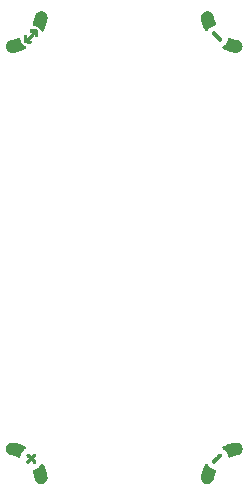
<source format=gbo>
%TF.GenerationSoftware,KiCad,Pcbnew,8.0.8*%
%TF.CreationDate,2025-01-29T17:03:44+00:00*%
%TF.ProjectId,ec30_2x4_l2_mh_0.1,65633330-5f32-4783-945f-6c325f6d685f,v0.1*%
%TF.SameCoordinates,PX8d24d00PY36d6160*%
%TF.FileFunction,Legend,Bot*%
%TF.FilePolarity,Positive*%
%FSLAX46Y46*%
G04 Gerber Fmt 4.6, Leading zero omitted, Abs format (unit mm)*
G04 Created by KiCad (PCBNEW 8.0.8) date 2025-01-29 17:03:44*
%MOMM*%
%LPD*%
G01*
G04 APERTURE LIST*
%ADD10C,0.010000*%
G04 APERTURE END LIST*
D10*
%TO.C,MH3*%
X-6928506Y-18363138D02*
X-6911772Y-18369471D01*
X-6896147Y-18380908D01*
X-6880922Y-18398107D01*
X-6865387Y-18421729D01*
X-6848836Y-18452432D01*
X-6848679Y-18452743D01*
X-6791282Y-18574332D01*
X-6737855Y-18701980D01*
X-6688736Y-18834690D01*
X-6644262Y-18971466D01*
X-6604771Y-19111310D01*
X-6570599Y-19253224D01*
X-6558186Y-19311864D01*
X-6547379Y-19371341D01*
X-6540466Y-19424475D01*
X-6537409Y-19471817D01*
X-6538170Y-19513920D01*
X-6542040Y-19547507D01*
X-6556533Y-19610942D01*
X-6577909Y-19670724D01*
X-6605930Y-19726502D01*
X-6640355Y-19777928D01*
X-6680946Y-19824650D01*
X-6727463Y-19866318D01*
X-6779668Y-19902583D01*
X-6787978Y-19907537D01*
X-6840693Y-19933832D01*
X-6896925Y-19953542D01*
X-6955607Y-19966561D01*
X-7015670Y-19972782D01*
X-7076044Y-19972098D01*
X-7135662Y-19964403D01*
X-7193456Y-19949591D01*
X-7197273Y-19948329D01*
X-7253331Y-19925415D01*
X-7306281Y-19895615D01*
X-7355436Y-19859600D01*
X-7400110Y-19818037D01*
X-7439617Y-19771594D01*
X-7473270Y-19720941D01*
X-7500383Y-19666745D01*
X-7509057Y-19644736D01*
X-7513607Y-19630447D01*
X-7519138Y-19610225D01*
X-7525185Y-19585941D01*
X-7531282Y-19559465D01*
X-7536963Y-19532671D01*
X-7537051Y-19532232D01*
X-7558678Y-19432503D01*
X-7582269Y-19338735D01*
X-7608385Y-19249080D01*
X-7637586Y-19161685D01*
X-7670432Y-19074702D01*
X-7689984Y-19027005D01*
X-7703664Y-18992497D01*
X-7713040Y-18963665D01*
X-7718165Y-18939548D01*
X-7719093Y-18919190D01*
X-7715878Y-18901631D01*
X-7708573Y-18885911D01*
X-7698622Y-18872631D01*
X-7689672Y-18863366D01*
X-7679962Y-18855700D01*
X-7668106Y-18848964D01*
X-7652714Y-18842488D01*
X-7632401Y-18835601D01*
X-7605778Y-18827634D01*
X-7604892Y-18827378D01*
X-7548101Y-18809694D01*
X-7496370Y-18790649D01*
X-7446827Y-18769122D01*
X-7413766Y-18752928D01*
X-7338632Y-18710190D01*
X-7267054Y-18660666D01*
X-7199758Y-18604986D01*
X-7137473Y-18543782D01*
X-7080926Y-18477685D01*
X-7053164Y-18440364D01*
X-7031231Y-18411566D01*
X-7010897Y-18389815D01*
X-6991436Y-18374570D01*
X-6972119Y-18365290D01*
X-6952222Y-18361431D01*
X-6947057Y-18361250D01*
X-6928506Y-18363138D01*
G36*
X-6928506Y-18363138D02*
G01*
X-6911772Y-18369471D01*
X-6896147Y-18380908D01*
X-6880922Y-18398107D01*
X-6865387Y-18421729D01*
X-6848836Y-18452432D01*
X-6848679Y-18452743D01*
X-6791282Y-18574332D01*
X-6737855Y-18701980D01*
X-6688736Y-18834690D01*
X-6644262Y-18971466D01*
X-6604771Y-19111310D01*
X-6570599Y-19253224D01*
X-6558186Y-19311864D01*
X-6547379Y-19371341D01*
X-6540466Y-19424475D01*
X-6537409Y-19471817D01*
X-6538170Y-19513920D01*
X-6542040Y-19547507D01*
X-6556533Y-19610942D01*
X-6577909Y-19670724D01*
X-6605930Y-19726502D01*
X-6640355Y-19777928D01*
X-6680946Y-19824650D01*
X-6727463Y-19866318D01*
X-6779668Y-19902583D01*
X-6787978Y-19907537D01*
X-6840693Y-19933832D01*
X-6896925Y-19953542D01*
X-6955607Y-19966561D01*
X-7015670Y-19972782D01*
X-7076044Y-19972098D01*
X-7135662Y-19964403D01*
X-7193456Y-19949591D01*
X-7197273Y-19948329D01*
X-7253331Y-19925415D01*
X-7306281Y-19895615D01*
X-7355436Y-19859600D01*
X-7400110Y-19818037D01*
X-7439617Y-19771594D01*
X-7473270Y-19720941D01*
X-7500383Y-19666745D01*
X-7509057Y-19644736D01*
X-7513607Y-19630447D01*
X-7519138Y-19610225D01*
X-7525185Y-19585941D01*
X-7531282Y-19559465D01*
X-7536963Y-19532671D01*
X-7537051Y-19532232D01*
X-7558678Y-19432503D01*
X-7582269Y-19338735D01*
X-7608385Y-19249080D01*
X-7637586Y-19161685D01*
X-7670432Y-19074702D01*
X-7689984Y-19027005D01*
X-7703664Y-18992497D01*
X-7713040Y-18963665D01*
X-7718165Y-18939548D01*
X-7719093Y-18919190D01*
X-7715878Y-18901631D01*
X-7708573Y-18885911D01*
X-7698622Y-18872631D01*
X-7689672Y-18863366D01*
X-7679962Y-18855700D01*
X-7668106Y-18848964D01*
X-7652714Y-18842488D01*
X-7632401Y-18835601D01*
X-7605778Y-18827634D01*
X-7604892Y-18827378D01*
X-7548101Y-18809694D01*
X-7496370Y-18790649D01*
X-7446827Y-18769122D01*
X-7413766Y-18752928D01*
X-7338632Y-18710190D01*
X-7267054Y-18660666D01*
X-7199758Y-18604986D01*
X-7137473Y-18543782D01*
X-7080926Y-18477685D01*
X-7053164Y-18440364D01*
X-7031231Y-18411566D01*
X-7010897Y-18389815D01*
X-6991436Y-18374570D01*
X-6972119Y-18365290D01*
X-6952222Y-18361431D01*
X-6947057Y-18361250D01*
X-6928506Y-18363138D01*
G37*
X-9469382Y-16539537D02*
X-9447697Y-16539914D01*
X-9426734Y-16540918D01*
X-9405491Y-16542711D01*
X-9382963Y-16545454D01*
X-9358146Y-16549309D01*
X-9330036Y-16554438D01*
X-9297629Y-16561001D01*
X-9259922Y-16569161D01*
X-9215909Y-16579080D01*
X-9197523Y-16583298D01*
X-9084110Y-16611811D01*
X-8967931Y-16645606D01*
X-8850843Y-16684017D01*
X-8734702Y-16726377D01*
X-8621365Y-16772019D01*
X-8512689Y-16820278D01*
X-8441520Y-16854688D01*
X-8413993Y-16869173D01*
X-8392962Y-16881967D01*
X-8377390Y-16893881D01*
X-8366238Y-16905723D01*
X-8358469Y-16918303D01*
X-8357596Y-16920160D01*
X-8351621Y-16938194D01*
X-8351673Y-16955018D01*
X-8355628Y-16969259D01*
X-8366482Y-16988971D01*
X-8384803Y-17009218D01*
X-8410183Y-17029563D01*
X-8414969Y-17032864D01*
X-8488201Y-17086938D01*
X-8555669Y-17146142D01*
X-8617131Y-17210183D01*
X-8672347Y-17278769D01*
X-8721073Y-17351605D01*
X-8763068Y-17428401D01*
X-8788576Y-17484951D01*
X-8800921Y-17516142D01*
X-8812141Y-17547535D01*
X-8822891Y-17581156D01*
X-8833828Y-17619033D01*
X-8842684Y-17651971D01*
X-8847996Y-17670214D01*
X-8853411Y-17683262D01*
X-8860250Y-17693763D01*
X-8867703Y-17702184D01*
X-8883266Y-17715623D01*
X-8899653Y-17723702D01*
X-8917964Y-17726465D01*
X-8939296Y-17723957D01*
X-8964748Y-17716222D01*
X-8987179Y-17707027D01*
X-9107698Y-17657583D01*
X-9231987Y-17614301D01*
X-9360629Y-17577001D01*
X-9494206Y-17545501D01*
X-9524887Y-17539217D01*
X-9559570Y-17532116D01*
X-9587951Y-17525804D01*
X-9611570Y-17519832D01*
X-9631964Y-17513755D01*
X-9650673Y-17507126D01*
X-9669235Y-17499496D01*
X-9683073Y-17493272D01*
X-9736054Y-17464533D01*
X-9785121Y-17429388D01*
X-9829705Y-17388566D01*
X-9869233Y-17342795D01*
X-9903134Y-17292803D01*
X-9930837Y-17239319D01*
X-9951771Y-17183072D01*
X-9963418Y-17135752D01*
X-9971542Y-17072993D01*
X-9972079Y-17011364D01*
X-9965355Y-16951349D01*
X-9951696Y-16893433D01*
X-9931426Y-16838104D01*
X-9904871Y-16785845D01*
X-9872355Y-16737142D01*
X-9834205Y-16692481D01*
X-9790745Y-16652346D01*
X-9742300Y-16617225D01*
X-9689196Y-16587601D01*
X-9631758Y-16563960D01*
X-9570311Y-16546788D01*
X-9568601Y-16546419D01*
X-9550919Y-16543237D01*
X-9531677Y-16541113D01*
X-9508978Y-16539916D01*
X-9480930Y-16539514D01*
X-9469382Y-16539537D01*
G36*
X-9469382Y-16539537D02*
G01*
X-9447697Y-16539914D01*
X-9426734Y-16540918D01*
X-9405491Y-16542711D01*
X-9382963Y-16545454D01*
X-9358146Y-16549309D01*
X-9330036Y-16554438D01*
X-9297629Y-16561001D01*
X-9259922Y-16569161D01*
X-9215909Y-16579080D01*
X-9197523Y-16583298D01*
X-9084110Y-16611811D01*
X-8967931Y-16645606D01*
X-8850843Y-16684017D01*
X-8734702Y-16726377D01*
X-8621365Y-16772019D01*
X-8512689Y-16820278D01*
X-8441520Y-16854688D01*
X-8413993Y-16869173D01*
X-8392962Y-16881967D01*
X-8377390Y-16893881D01*
X-8366238Y-16905723D01*
X-8358469Y-16918303D01*
X-8357596Y-16920160D01*
X-8351621Y-16938194D01*
X-8351673Y-16955018D01*
X-8355628Y-16969259D01*
X-8366482Y-16988971D01*
X-8384803Y-17009218D01*
X-8410183Y-17029563D01*
X-8414969Y-17032864D01*
X-8488201Y-17086938D01*
X-8555669Y-17146142D01*
X-8617131Y-17210183D01*
X-8672347Y-17278769D01*
X-8721073Y-17351605D01*
X-8763068Y-17428401D01*
X-8788576Y-17484951D01*
X-8800921Y-17516142D01*
X-8812141Y-17547535D01*
X-8822891Y-17581156D01*
X-8833828Y-17619033D01*
X-8842684Y-17651971D01*
X-8847996Y-17670214D01*
X-8853411Y-17683262D01*
X-8860250Y-17693763D01*
X-8867703Y-17702184D01*
X-8883266Y-17715623D01*
X-8899653Y-17723702D01*
X-8917964Y-17726465D01*
X-8939296Y-17723957D01*
X-8964748Y-17716222D01*
X-8987179Y-17707027D01*
X-9107698Y-17657583D01*
X-9231987Y-17614301D01*
X-9360629Y-17577001D01*
X-9494206Y-17545501D01*
X-9524887Y-17539217D01*
X-9559570Y-17532116D01*
X-9587951Y-17525804D01*
X-9611570Y-17519832D01*
X-9631964Y-17513755D01*
X-9650673Y-17507126D01*
X-9669235Y-17499496D01*
X-9683073Y-17493272D01*
X-9736054Y-17464533D01*
X-9785121Y-17429388D01*
X-9829705Y-17388566D01*
X-9869233Y-17342795D01*
X-9903134Y-17292803D01*
X-9930837Y-17239319D01*
X-9951771Y-17183072D01*
X-9963418Y-17135752D01*
X-9971542Y-17072993D01*
X-9972079Y-17011364D01*
X-9965355Y-16951349D01*
X-9951696Y-16893433D01*
X-9931426Y-16838104D01*
X-9904871Y-16785845D01*
X-9872355Y-16737142D01*
X-9834205Y-16692481D01*
X-9790745Y-16652346D01*
X-9742300Y-16617225D01*
X-9689196Y-16587601D01*
X-9631758Y-16563960D01*
X-9570311Y-16546788D01*
X-9568601Y-16546419D01*
X-9550919Y-16543237D01*
X-9531677Y-16541113D01*
X-9508978Y-16539916D01*
X-9480930Y-16539514D01*
X-9469382Y-16539537D01*
G37*
X-8113706Y-17496944D02*
X-8103689Y-17499701D01*
X-8097802Y-17501893D01*
X-8091812Y-17504868D01*
X-8085087Y-17509183D01*
X-8076996Y-17515397D01*
X-8066906Y-17524068D01*
X-8054186Y-17535754D01*
X-8038203Y-17551014D01*
X-8018325Y-17570404D01*
X-7993921Y-17594483D01*
X-7974157Y-17614080D01*
X-7866011Y-17721433D01*
X-7759845Y-17616232D01*
X-7731277Y-17588145D01*
X-7705522Y-17563269D01*
X-7683075Y-17542058D01*
X-7664428Y-17524971D01*
X-7650076Y-17512464D01*
X-7640513Y-17504993D01*
X-7637804Y-17503347D01*
X-7619653Y-17497707D01*
X-7597647Y-17495447D01*
X-7574938Y-17496528D01*
X-7554679Y-17500911D01*
X-7546147Y-17504489D01*
X-7526917Y-17518143D01*
X-7510139Y-17536514D01*
X-7498889Y-17555827D01*
X-7494821Y-17571697D01*
X-7493195Y-17591689D01*
X-7494004Y-17612373D01*
X-7497238Y-17630321D01*
X-7499093Y-17635689D01*
X-7504005Y-17643205D01*
X-7514648Y-17656014D01*
X-7530930Y-17674015D01*
X-7552756Y-17697108D01*
X-7580035Y-17725192D01*
X-7612673Y-17758167D01*
X-7613064Y-17758559D01*
X-7720887Y-17866673D01*
X-7615058Y-17972974D01*
X-7584116Y-18004238D01*
X-7558609Y-18030431D01*
X-7538195Y-18051925D01*
X-7522533Y-18069093D01*
X-7511280Y-18082307D01*
X-7504096Y-18091939D01*
X-7501173Y-18097031D01*
X-7494104Y-18121344D01*
X-7493008Y-18147931D01*
X-7497820Y-18173913D01*
X-7503224Y-18187437D01*
X-7518879Y-18210652D01*
X-7539503Y-18227874D01*
X-7562126Y-18237933D01*
X-7579823Y-18242314D01*
X-7594838Y-18243348D01*
X-7610844Y-18241009D01*
X-7624185Y-18237471D01*
X-7629927Y-18235599D01*
X-7635561Y-18233123D01*
X-7641713Y-18229495D01*
X-7649007Y-18224164D01*
X-7658067Y-18216580D01*
X-7669517Y-18206195D01*
X-7683982Y-18192456D01*
X-7702086Y-18174816D01*
X-7724453Y-18152724D01*
X-7751707Y-18125630D01*
X-7755874Y-18121480D01*
X-7866007Y-18011789D01*
X-7976140Y-18121480D01*
X-8004116Y-18149305D01*
X-8027118Y-18172053D01*
X-8045771Y-18190273D01*
X-8060700Y-18204516D01*
X-8072528Y-18215330D01*
X-8081879Y-18223266D01*
X-8089379Y-18228875D01*
X-8095651Y-18232705D01*
X-8101320Y-18235306D01*
X-8107010Y-18237229D01*
X-8107829Y-18237471D01*
X-8126610Y-18242124D01*
X-8141901Y-18243383D01*
X-8157373Y-18241278D01*
X-8169888Y-18237933D01*
X-8194545Y-18226692D01*
X-8214425Y-18209602D01*
X-8228856Y-18187607D01*
X-8237166Y-18161652D01*
X-8238982Y-18140798D01*
X-8238748Y-18129644D01*
X-8237797Y-18119682D01*
X-8235633Y-18110230D01*
X-8231761Y-18100607D01*
X-8225687Y-18090132D01*
X-8216914Y-18078124D01*
X-8204948Y-18063903D01*
X-8189294Y-18046786D01*
X-8169456Y-18026095D01*
X-8144940Y-18001146D01*
X-8116956Y-17972974D01*
X-8011127Y-17866673D01*
X-8118789Y-17758559D01*
X-8151189Y-17725807D01*
X-8177947Y-17698278D01*
X-8199233Y-17675790D01*
X-8215216Y-17658158D01*
X-8226067Y-17645200D01*
X-8231953Y-17636730D01*
X-8232760Y-17635077D01*
X-8238627Y-17611156D01*
X-8238409Y-17585114D01*
X-8232552Y-17559340D01*
X-8221501Y-17536224D01*
X-8212046Y-17524073D01*
X-8191856Y-17508280D01*
X-8167562Y-17498230D01*
X-8140924Y-17494320D01*
X-8113706Y-17496944D01*
G36*
X-8113706Y-17496944D02*
G01*
X-8103689Y-17499701D01*
X-8097802Y-17501893D01*
X-8091812Y-17504868D01*
X-8085087Y-17509183D01*
X-8076996Y-17515397D01*
X-8066906Y-17524068D01*
X-8054186Y-17535754D01*
X-8038203Y-17551014D01*
X-8018325Y-17570404D01*
X-7993921Y-17594483D01*
X-7974157Y-17614080D01*
X-7866011Y-17721433D01*
X-7759845Y-17616232D01*
X-7731277Y-17588145D01*
X-7705522Y-17563269D01*
X-7683075Y-17542058D01*
X-7664428Y-17524971D01*
X-7650076Y-17512464D01*
X-7640513Y-17504993D01*
X-7637804Y-17503347D01*
X-7619653Y-17497707D01*
X-7597647Y-17495447D01*
X-7574938Y-17496528D01*
X-7554679Y-17500911D01*
X-7546147Y-17504489D01*
X-7526917Y-17518143D01*
X-7510139Y-17536514D01*
X-7498889Y-17555827D01*
X-7494821Y-17571697D01*
X-7493195Y-17591689D01*
X-7494004Y-17612373D01*
X-7497238Y-17630321D01*
X-7499093Y-17635689D01*
X-7504005Y-17643205D01*
X-7514648Y-17656014D01*
X-7530930Y-17674015D01*
X-7552756Y-17697108D01*
X-7580035Y-17725192D01*
X-7612673Y-17758167D01*
X-7613064Y-17758559D01*
X-7720887Y-17866673D01*
X-7615058Y-17972974D01*
X-7584116Y-18004238D01*
X-7558609Y-18030431D01*
X-7538195Y-18051925D01*
X-7522533Y-18069093D01*
X-7511280Y-18082307D01*
X-7504096Y-18091939D01*
X-7501173Y-18097031D01*
X-7494104Y-18121344D01*
X-7493008Y-18147931D01*
X-7497820Y-18173913D01*
X-7503224Y-18187437D01*
X-7518879Y-18210652D01*
X-7539503Y-18227874D01*
X-7562126Y-18237933D01*
X-7579823Y-18242314D01*
X-7594838Y-18243348D01*
X-7610844Y-18241009D01*
X-7624185Y-18237471D01*
X-7629927Y-18235599D01*
X-7635561Y-18233123D01*
X-7641713Y-18229495D01*
X-7649007Y-18224164D01*
X-7658067Y-18216580D01*
X-7669517Y-18206195D01*
X-7683982Y-18192456D01*
X-7702086Y-18174816D01*
X-7724453Y-18152724D01*
X-7751707Y-18125630D01*
X-7755874Y-18121480D01*
X-7866007Y-18011789D01*
X-7976140Y-18121480D01*
X-8004116Y-18149305D01*
X-8027118Y-18172053D01*
X-8045771Y-18190273D01*
X-8060700Y-18204516D01*
X-8072528Y-18215330D01*
X-8081879Y-18223266D01*
X-8089379Y-18228875D01*
X-8095651Y-18232705D01*
X-8101320Y-18235306D01*
X-8107010Y-18237229D01*
X-8107829Y-18237471D01*
X-8126610Y-18242124D01*
X-8141901Y-18243383D01*
X-8157373Y-18241278D01*
X-8169888Y-18237933D01*
X-8194545Y-18226692D01*
X-8214425Y-18209602D01*
X-8228856Y-18187607D01*
X-8237166Y-18161652D01*
X-8238982Y-18140798D01*
X-8238748Y-18129644D01*
X-8237797Y-18119682D01*
X-8235633Y-18110230D01*
X-8231761Y-18100607D01*
X-8225687Y-18090132D01*
X-8216914Y-18078124D01*
X-8204948Y-18063903D01*
X-8189294Y-18046786D01*
X-8169456Y-18026095D01*
X-8144940Y-18001146D01*
X-8116956Y-17972974D01*
X-8011127Y-17866673D01*
X-8118789Y-17758559D01*
X-8151189Y-17725807D01*
X-8177947Y-17698278D01*
X-8199233Y-17675790D01*
X-8215216Y-17658158D01*
X-8226067Y-17645200D01*
X-8231953Y-17636730D01*
X-8232760Y-17635077D01*
X-8238627Y-17611156D01*
X-8238409Y-17585114D01*
X-8232552Y-17559340D01*
X-8221501Y-17536224D01*
X-8212046Y-17524073D01*
X-8191856Y-17508280D01*
X-8167562Y-17498230D01*
X-8140924Y-17494320D01*
X-8113706Y-17496944D01*
G37*
%TO.C,MH4*%
X9512315Y-16537097D02*
X9545902Y-16540967D01*
X9609337Y-16555460D01*
X9669119Y-16576836D01*
X9724897Y-16604857D01*
X9776323Y-16639282D01*
X9823045Y-16679873D01*
X9864713Y-16726390D01*
X9900978Y-16778595D01*
X9905932Y-16786905D01*
X9932227Y-16839620D01*
X9951937Y-16895852D01*
X9964956Y-16954534D01*
X9971177Y-17014597D01*
X9970493Y-17074971D01*
X9962798Y-17134589D01*
X9947986Y-17192383D01*
X9946724Y-17196200D01*
X9923810Y-17252258D01*
X9894010Y-17305208D01*
X9857995Y-17354363D01*
X9816432Y-17399037D01*
X9769989Y-17438544D01*
X9719336Y-17472197D01*
X9665140Y-17499310D01*
X9643131Y-17507984D01*
X9628842Y-17512534D01*
X9608620Y-17518065D01*
X9584336Y-17524112D01*
X9557860Y-17530209D01*
X9531066Y-17535890D01*
X9530627Y-17535978D01*
X9430898Y-17557605D01*
X9337130Y-17581196D01*
X9247475Y-17607312D01*
X9160080Y-17636513D01*
X9073097Y-17669359D01*
X9025400Y-17688911D01*
X8990892Y-17702591D01*
X8962060Y-17711967D01*
X8937943Y-17717092D01*
X8917585Y-17718020D01*
X8900026Y-17714805D01*
X8884306Y-17707500D01*
X8871026Y-17697549D01*
X8861761Y-17688599D01*
X8854095Y-17678889D01*
X8847359Y-17667033D01*
X8840883Y-17651641D01*
X8833996Y-17631328D01*
X8826029Y-17604705D01*
X8825773Y-17603819D01*
X8808089Y-17547028D01*
X8789044Y-17495297D01*
X8767517Y-17445754D01*
X8751323Y-17412693D01*
X8708585Y-17337559D01*
X8659061Y-17265981D01*
X8603381Y-17198685D01*
X8542177Y-17136400D01*
X8476080Y-17079853D01*
X8438759Y-17052091D01*
X8409961Y-17030158D01*
X8388210Y-17009824D01*
X8372965Y-16990363D01*
X8363685Y-16971046D01*
X8359826Y-16951149D01*
X8359645Y-16945984D01*
X8361533Y-16927433D01*
X8367866Y-16910699D01*
X8379303Y-16895074D01*
X8396502Y-16879849D01*
X8420124Y-16864314D01*
X8450827Y-16847763D01*
X8451138Y-16847606D01*
X8572727Y-16790209D01*
X8700375Y-16736782D01*
X8833085Y-16687663D01*
X8969861Y-16643189D01*
X9109705Y-16603698D01*
X9251619Y-16569526D01*
X9310259Y-16557113D01*
X9369736Y-16546306D01*
X9422870Y-16539393D01*
X9470212Y-16536336D01*
X9512315Y-16537097D01*
G36*
X9512315Y-16537097D02*
G01*
X9545902Y-16540967D01*
X9609337Y-16555460D01*
X9669119Y-16576836D01*
X9724897Y-16604857D01*
X9776323Y-16639282D01*
X9823045Y-16679873D01*
X9864713Y-16726390D01*
X9900978Y-16778595D01*
X9905932Y-16786905D01*
X9932227Y-16839620D01*
X9951937Y-16895852D01*
X9964956Y-16954534D01*
X9971177Y-17014597D01*
X9970493Y-17074971D01*
X9962798Y-17134589D01*
X9947986Y-17192383D01*
X9946724Y-17196200D01*
X9923810Y-17252258D01*
X9894010Y-17305208D01*
X9857995Y-17354363D01*
X9816432Y-17399037D01*
X9769989Y-17438544D01*
X9719336Y-17472197D01*
X9665140Y-17499310D01*
X9643131Y-17507984D01*
X9628842Y-17512534D01*
X9608620Y-17518065D01*
X9584336Y-17524112D01*
X9557860Y-17530209D01*
X9531066Y-17535890D01*
X9530627Y-17535978D01*
X9430898Y-17557605D01*
X9337130Y-17581196D01*
X9247475Y-17607312D01*
X9160080Y-17636513D01*
X9073097Y-17669359D01*
X9025400Y-17688911D01*
X8990892Y-17702591D01*
X8962060Y-17711967D01*
X8937943Y-17717092D01*
X8917585Y-17718020D01*
X8900026Y-17714805D01*
X8884306Y-17707500D01*
X8871026Y-17697549D01*
X8861761Y-17688599D01*
X8854095Y-17678889D01*
X8847359Y-17667033D01*
X8840883Y-17651641D01*
X8833996Y-17631328D01*
X8826029Y-17604705D01*
X8825773Y-17603819D01*
X8808089Y-17547028D01*
X8789044Y-17495297D01*
X8767517Y-17445754D01*
X8751323Y-17412693D01*
X8708585Y-17337559D01*
X8659061Y-17265981D01*
X8603381Y-17198685D01*
X8542177Y-17136400D01*
X8476080Y-17079853D01*
X8438759Y-17052091D01*
X8409961Y-17030158D01*
X8388210Y-17009824D01*
X8372965Y-16990363D01*
X8363685Y-16971046D01*
X8359826Y-16951149D01*
X8359645Y-16945984D01*
X8361533Y-16927433D01*
X8367866Y-16910699D01*
X8379303Y-16895074D01*
X8396502Y-16879849D01*
X8420124Y-16864314D01*
X8450827Y-16847763D01*
X8451138Y-16847606D01*
X8572727Y-16790209D01*
X8700375Y-16736782D01*
X8833085Y-16687663D01*
X8969861Y-16643189D01*
X9109705Y-16603698D01*
X9251619Y-16569526D01*
X9310259Y-16557113D01*
X9369736Y-16546306D01*
X9422870Y-16539393D01*
X9470212Y-16536336D01*
X9512315Y-16537097D01*
G37*
X6953413Y-18350600D02*
X6967654Y-18354555D01*
X6987366Y-18365409D01*
X7007613Y-18383730D01*
X7027958Y-18409110D01*
X7031259Y-18413896D01*
X7085333Y-18487128D01*
X7144537Y-18554596D01*
X7208578Y-18616058D01*
X7277164Y-18671274D01*
X7350000Y-18720000D01*
X7426796Y-18761995D01*
X7483346Y-18787503D01*
X7514537Y-18799848D01*
X7545930Y-18811068D01*
X7579551Y-18821818D01*
X7617428Y-18832755D01*
X7650366Y-18841611D01*
X7668609Y-18846923D01*
X7681657Y-18852338D01*
X7692158Y-18859177D01*
X7700579Y-18866630D01*
X7714018Y-18882193D01*
X7722097Y-18898580D01*
X7724860Y-18916891D01*
X7722352Y-18938223D01*
X7714617Y-18963675D01*
X7705422Y-18986106D01*
X7655978Y-19106625D01*
X7612696Y-19230914D01*
X7575396Y-19359556D01*
X7543896Y-19493133D01*
X7537612Y-19523814D01*
X7530511Y-19558497D01*
X7524199Y-19586878D01*
X7518227Y-19610497D01*
X7512150Y-19630891D01*
X7505521Y-19649600D01*
X7497891Y-19668162D01*
X7491667Y-19682000D01*
X7462928Y-19734981D01*
X7427783Y-19784048D01*
X7386961Y-19828632D01*
X7341190Y-19868160D01*
X7291198Y-19902061D01*
X7237714Y-19929764D01*
X7181467Y-19950698D01*
X7134147Y-19962345D01*
X7071388Y-19970469D01*
X7009759Y-19971006D01*
X6949744Y-19964282D01*
X6891828Y-19950623D01*
X6836499Y-19930353D01*
X6784240Y-19903798D01*
X6735537Y-19871282D01*
X6690876Y-19833132D01*
X6650741Y-19789672D01*
X6615620Y-19741227D01*
X6585996Y-19688123D01*
X6562355Y-19630685D01*
X6545183Y-19569238D01*
X6544814Y-19567528D01*
X6541632Y-19549846D01*
X6539508Y-19530604D01*
X6538311Y-19507905D01*
X6537909Y-19479857D01*
X6537932Y-19468309D01*
X6538309Y-19446624D01*
X6539313Y-19425661D01*
X6541106Y-19404418D01*
X6543849Y-19381890D01*
X6547704Y-19357073D01*
X6552833Y-19328963D01*
X6559396Y-19296556D01*
X6567556Y-19258849D01*
X6577475Y-19214836D01*
X6581693Y-19196450D01*
X6610206Y-19083037D01*
X6644001Y-18966858D01*
X6682412Y-18849770D01*
X6724772Y-18733629D01*
X6770414Y-18620292D01*
X6818673Y-18511616D01*
X6853083Y-18440447D01*
X6867568Y-18412920D01*
X6880362Y-18391889D01*
X6892276Y-18376317D01*
X6904118Y-18365165D01*
X6916698Y-18357396D01*
X6918555Y-18356523D01*
X6936589Y-18350548D01*
X6953413Y-18350600D01*
G36*
X6953413Y-18350600D02*
G01*
X6967654Y-18354555D01*
X6987366Y-18365409D01*
X7007613Y-18383730D01*
X7027958Y-18409110D01*
X7031259Y-18413896D01*
X7085333Y-18487128D01*
X7144537Y-18554596D01*
X7208578Y-18616058D01*
X7277164Y-18671274D01*
X7350000Y-18720000D01*
X7426796Y-18761995D01*
X7483346Y-18787503D01*
X7514537Y-18799848D01*
X7545930Y-18811068D01*
X7579551Y-18821818D01*
X7617428Y-18832755D01*
X7650366Y-18841611D01*
X7668609Y-18846923D01*
X7681657Y-18852338D01*
X7692158Y-18859177D01*
X7700579Y-18866630D01*
X7714018Y-18882193D01*
X7722097Y-18898580D01*
X7724860Y-18916891D01*
X7722352Y-18938223D01*
X7714617Y-18963675D01*
X7705422Y-18986106D01*
X7655978Y-19106625D01*
X7612696Y-19230914D01*
X7575396Y-19359556D01*
X7543896Y-19493133D01*
X7537612Y-19523814D01*
X7530511Y-19558497D01*
X7524199Y-19586878D01*
X7518227Y-19610497D01*
X7512150Y-19630891D01*
X7505521Y-19649600D01*
X7497891Y-19668162D01*
X7491667Y-19682000D01*
X7462928Y-19734981D01*
X7427783Y-19784048D01*
X7386961Y-19828632D01*
X7341190Y-19868160D01*
X7291198Y-19902061D01*
X7237714Y-19929764D01*
X7181467Y-19950698D01*
X7134147Y-19962345D01*
X7071388Y-19970469D01*
X7009759Y-19971006D01*
X6949744Y-19964282D01*
X6891828Y-19950623D01*
X6836499Y-19930353D01*
X6784240Y-19903798D01*
X6735537Y-19871282D01*
X6690876Y-19833132D01*
X6650741Y-19789672D01*
X6615620Y-19741227D01*
X6585996Y-19688123D01*
X6562355Y-19630685D01*
X6545183Y-19569238D01*
X6544814Y-19567528D01*
X6541632Y-19549846D01*
X6539508Y-19530604D01*
X6538311Y-19507905D01*
X6537909Y-19479857D01*
X6537932Y-19468309D01*
X6538309Y-19446624D01*
X6539313Y-19425661D01*
X6541106Y-19404418D01*
X6543849Y-19381890D01*
X6547704Y-19357073D01*
X6552833Y-19328963D01*
X6559396Y-19296556D01*
X6567556Y-19258849D01*
X6577475Y-19214836D01*
X6581693Y-19196450D01*
X6610206Y-19083037D01*
X6644001Y-18966858D01*
X6682412Y-18849770D01*
X6724772Y-18733629D01*
X6770414Y-18620292D01*
X6818673Y-18511616D01*
X6853083Y-18440447D01*
X6867568Y-18412920D01*
X6880362Y-18391889D01*
X6892276Y-18376317D01*
X6904118Y-18365165D01*
X6916698Y-18357396D01*
X6918555Y-18356523D01*
X6936589Y-18350548D01*
X6953413Y-18350600D01*
G37*
X8162030Y-17467281D02*
X8171010Y-17469282D01*
X8201038Y-17481522D01*
X8226016Y-17499424D01*
X8245381Y-17522201D01*
X8258566Y-17549065D01*
X8265008Y-17579228D01*
X8265280Y-17600727D01*
X8264812Y-17608242D01*
X8264213Y-17615109D01*
X8263171Y-17621688D01*
X8261374Y-17628334D01*
X8258508Y-17635405D01*
X8254261Y-17643258D01*
X8248322Y-17652250D01*
X8240377Y-17662739D01*
X8230113Y-17675082D01*
X8217220Y-17689635D01*
X8201383Y-17706756D01*
X8182291Y-17726803D01*
X8159631Y-17750132D01*
X8133091Y-17777100D01*
X8102358Y-17808065D01*
X8067119Y-17843384D01*
X8027063Y-17883415D01*
X7981877Y-17928513D01*
X7955569Y-17954764D01*
X7909008Y-18001217D01*
X7867712Y-18042384D01*
X7831336Y-18078592D01*
X7799534Y-18110172D01*
X7771962Y-18137450D01*
X7748274Y-18160756D01*
X7728124Y-18180417D01*
X7711168Y-18196763D01*
X7697060Y-18210121D01*
X7685454Y-18220820D01*
X7676005Y-18229189D01*
X7668368Y-18235555D01*
X7662198Y-18240248D01*
X7657149Y-18243595D01*
X7652875Y-18245926D01*
X7649033Y-18247567D01*
X7646855Y-18248337D01*
X7615323Y-18255057D01*
X7584413Y-18254452D01*
X7555192Y-18246919D01*
X7528724Y-18232858D01*
X7506076Y-18212667D01*
X7489876Y-18189653D01*
X7484291Y-18178839D01*
X7480827Y-18169327D01*
X7478989Y-18158611D01*
X7478277Y-18144188D01*
X7478183Y-18130840D01*
X7478527Y-18111300D01*
X7479840Y-18097118D01*
X7482546Y-18085736D01*
X7487066Y-18074592D01*
X7487682Y-18073293D01*
X7490347Y-18068863D01*
X7495109Y-18062532D01*
X7502260Y-18053997D01*
X7512088Y-18042959D01*
X7524886Y-18029116D01*
X7540944Y-18012165D01*
X7560552Y-17991807D01*
X7584002Y-17967738D01*
X7611583Y-17939659D01*
X7643588Y-17907267D01*
X7680305Y-17870262D01*
X7722027Y-17828341D01*
X7769043Y-17781203D01*
X7779385Y-17770846D01*
X7826159Y-17724029D01*
X7867684Y-17682524D01*
X7904299Y-17646004D01*
X7936345Y-17614144D01*
X7964158Y-17586618D01*
X7988079Y-17563099D01*
X8008447Y-17543262D01*
X8025600Y-17526781D01*
X8039878Y-17513329D01*
X8051620Y-17502581D01*
X8061164Y-17494210D01*
X8068850Y-17487891D01*
X8075016Y-17483298D01*
X8080002Y-17480104D01*
X8083758Y-17478157D01*
X8109322Y-17469632D01*
X8136419Y-17465904D01*
X8162030Y-17467281D01*
G36*
X8162030Y-17467281D02*
G01*
X8171010Y-17469282D01*
X8201038Y-17481522D01*
X8226016Y-17499424D01*
X8245381Y-17522201D01*
X8258566Y-17549065D01*
X8265008Y-17579228D01*
X8265280Y-17600727D01*
X8264812Y-17608242D01*
X8264213Y-17615109D01*
X8263171Y-17621688D01*
X8261374Y-17628334D01*
X8258508Y-17635405D01*
X8254261Y-17643258D01*
X8248322Y-17652250D01*
X8240377Y-17662739D01*
X8230113Y-17675082D01*
X8217220Y-17689635D01*
X8201383Y-17706756D01*
X8182291Y-17726803D01*
X8159631Y-17750132D01*
X8133091Y-17777100D01*
X8102358Y-17808065D01*
X8067119Y-17843384D01*
X8027063Y-17883415D01*
X7981877Y-17928513D01*
X7955569Y-17954764D01*
X7909008Y-18001217D01*
X7867712Y-18042384D01*
X7831336Y-18078592D01*
X7799534Y-18110172D01*
X7771962Y-18137450D01*
X7748274Y-18160756D01*
X7728124Y-18180417D01*
X7711168Y-18196763D01*
X7697060Y-18210121D01*
X7685454Y-18220820D01*
X7676005Y-18229189D01*
X7668368Y-18235555D01*
X7662198Y-18240248D01*
X7657149Y-18243595D01*
X7652875Y-18245926D01*
X7649033Y-18247567D01*
X7646855Y-18248337D01*
X7615323Y-18255057D01*
X7584413Y-18254452D01*
X7555192Y-18246919D01*
X7528724Y-18232858D01*
X7506076Y-18212667D01*
X7489876Y-18189653D01*
X7484291Y-18178839D01*
X7480827Y-18169327D01*
X7478989Y-18158611D01*
X7478277Y-18144188D01*
X7478183Y-18130840D01*
X7478527Y-18111300D01*
X7479840Y-18097118D01*
X7482546Y-18085736D01*
X7487066Y-18074592D01*
X7487682Y-18073293D01*
X7490347Y-18068863D01*
X7495109Y-18062532D01*
X7502260Y-18053997D01*
X7512088Y-18042959D01*
X7524886Y-18029116D01*
X7540944Y-18012165D01*
X7560552Y-17991807D01*
X7584002Y-17967738D01*
X7611583Y-17939659D01*
X7643588Y-17907267D01*
X7680305Y-17870262D01*
X7722027Y-17828341D01*
X7769043Y-17781203D01*
X7779385Y-17770846D01*
X7826159Y-17724029D01*
X7867684Y-17682524D01*
X7904299Y-17646004D01*
X7936345Y-17614144D01*
X7964158Y-17586618D01*
X7988079Y-17563099D01*
X8008447Y-17543262D01*
X8025600Y-17526781D01*
X8039878Y-17513329D01*
X8051620Y-17502581D01*
X8061164Y-17494210D01*
X8068850Y-17487891D01*
X8075016Y-17483298D01*
X8080002Y-17480104D01*
X8083758Y-17478157D01*
X8109322Y-17469632D01*
X8136419Y-17465904D01*
X8162030Y-17467281D01*
G37*
%TO.C,MH2*%
X7075573Y19972893D02*
X7135191Y19965198D01*
X7192985Y19950386D01*
X7196802Y19949124D01*
X7252860Y19926210D01*
X7305810Y19896410D01*
X7354965Y19860395D01*
X7399639Y19818832D01*
X7439146Y19772389D01*
X7472799Y19721736D01*
X7499912Y19667540D01*
X7508586Y19645531D01*
X7513136Y19631242D01*
X7518667Y19611020D01*
X7524714Y19586736D01*
X7530811Y19560260D01*
X7536492Y19533466D01*
X7536580Y19533027D01*
X7558207Y19433298D01*
X7581798Y19339530D01*
X7607914Y19249875D01*
X7637115Y19162480D01*
X7669961Y19075497D01*
X7689513Y19027800D01*
X7703193Y18993292D01*
X7712569Y18964460D01*
X7717694Y18940343D01*
X7718622Y18919985D01*
X7715407Y18902426D01*
X7708102Y18886706D01*
X7698151Y18873426D01*
X7689201Y18864161D01*
X7679491Y18856495D01*
X7667635Y18849759D01*
X7652243Y18843283D01*
X7631930Y18836396D01*
X7605307Y18828429D01*
X7604421Y18828173D01*
X7547630Y18810489D01*
X7495899Y18791444D01*
X7446356Y18769917D01*
X7413295Y18753723D01*
X7338161Y18710985D01*
X7266583Y18661461D01*
X7199287Y18605781D01*
X7137002Y18544577D01*
X7080455Y18478480D01*
X7052693Y18441159D01*
X7030760Y18412361D01*
X7010426Y18390610D01*
X6990965Y18375365D01*
X6971648Y18366085D01*
X6951751Y18362226D01*
X6946586Y18362045D01*
X6928035Y18363933D01*
X6911301Y18370266D01*
X6895676Y18381703D01*
X6880451Y18398902D01*
X6864916Y18422524D01*
X6848365Y18453227D01*
X6848208Y18453538D01*
X6790811Y18575127D01*
X6737384Y18702775D01*
X6688265Y18835485D01*
X6643791Y18972261D01*
X6604300Y19112105D01*
X6570128Y19254019D01*
X6557715Y19312659D01*
X6546908Y19372136D01*
X6539995Y19425270D01*
X6536938Y19472612D01*
X6537699Y19514715D01*
X6541569Y19548302D01*
X6556062Y19611737D01*
X6577438Y19671519D01*
X6605459Y19727297D01*
X6639884Y19778723D01*
X6680475Y19825445D01*
X6726992Y19867113D01*
X6779197Y19903378D01*
X6787507Y19908332D01*
X6840222Y19934627D01*
X6896454Y19954337D01*
X6955136Y19967356D01*
X7015199Y19973577D01*
X7075573Y19972893D01*
G36*
X7075573Y19972893D02*
G01*
X7135191Y19965198D01*
X7192985Y19950386D01*
X7196802Y19949124D01*
X7252860Y19926210D01*
X7305810Y19896410D01*
X7354965Y19860395D01*
X7399639Y19818832D01*
X7439146Y19772389D01*
X7472799Y19721736D01*
X7499912Y19667540D01*
X7508586Y19645531D01*
X7513136Y19631242D01*
X7518667Y19611020D01*
X7524714Y19586736D01*
X7530811Y19560260D01*
X7536492Y19533466D01*
X7536580Y19533027D01*
X7558207Y19433298D01*
X7581798Y19339530D01*
X7607914Y19249875D01*
X7637115Y19162480D01*
X7669961Y19075497D01*
X7689513Y19027800D01*
X7703193Y18993292D01*
X7712569Y18964460D01*
X7717694Y18940343D01*
X7718622Y18919985D01*
X7715407Y18902426D01*
X7708102Y18886706D01*
X7698151Y18873426D01*
X7689201Y18864161D01*
X7679491Y18856495D01*
X7667635Y18849759D01*
X7652243Y18843283D01*
X7631930Y18836396D01*
X7605307Y18828429D01*
X7604421Y18828173D01*
X7547630Y18810489D01*
X7495899Y18791444D01*
X7446356Y18769917D01*
X7413295Y18753723D01*
X7338161Y18710985D01*
X7266583Y18661461D01*
X7199287Y18605781D01*
X7137002Y18544577D01*
X7080455Y18478480D01*
X7052693Y18441159D01*
X7030760Y18412361D01*
X7010426Y18390610D01*
X6990965Y18375365D01*
X6971648Y18366085D01*
X6951751Y18362226D01*
X6946586Y18362045D01*
X6928035Y18363933D01*
X6911301Y18370266D01*
X6895676Y18381703D01*
X6880451Y18398902D01*
X6864916Y18422524D01*
X6848365Y18453227D01*
X6848208Y18453538D01*
X6790811Y18575127D01*
X6737384Y18702775D01*
X6688265Y18835485D01*
X6643791Y18972261D01*
X6604300Y19112105D01*
X6570128Y19254019D01*
X6557715Y19312659D01*
X6546908Y19372136D01*
X6539995Y19425270D01*
X6536938Y19472612D01*
X6537699Y19514715D01*
X6541569Y19548302D01*
X6556062Y19611737D01*
X6577438Y19671519D01*
X6605459Y19727297D01*
X6639884Y19778723D01*
X6680475Y19825445D01*
X6726992Y19867113D01*
X6779197Y19903378D01*
X6787507Y19908332D01*
X6840222Y19934627D01*
X6896454Y19954337D01*
X6955136Y19967356D01*
X7015199Y19973577D01*
X7075573Y19972893D01*
G37*
X7608844Y18267212D02*
X7615711Y18266613D01*
X7622290Y18265571D01*
X7628936Y18263774D01*
X7636007Y18260908D01*
X7643860Y18256661D01*
X7652852Y18250722D01*
X7663341Y18242777D01*
X7675684Y18232513D01*
X7690237Y18219620D01*
X7707358Y18203783D01*
X7727405Y18184691D01*
X7750734Y18162031D01*
X7777702Y18135491D01*
X7808667Y18104758D01*
X7843986Y18069519D01*
X7884017Y18029463D01*
X7929115Y17984277D01*
X7955366Y17957969D01*
X8001819Y17911408D01*
X8042986Y17870112D01*
X8079194Y17833736D01*
X8110774Y17801934D01*
X8138052Y17774362D01*
X8161358Y17750674D01*
X8181019Y17730524D01*
X8197365Y17713568D01*
X8210723Y17699460D01*
X8221422Y17687854D01*
X8229791Y17678405D01*
X8236157Y17670768D01*
X8240850Y17664598D01*
X8244197Y17659549D01*
X8246528Y17655275D01*
X8248169Y17651433D01*
X8248939Y17649255D01*
X8255659Y17617723D01*
X8255054Y17586813D01*
X8247521Y17557592D01*
X8233460Y17531124D01*
X8213269Y17508476D01*
X8190255Y17492276D01*
X8179441Y17486691D01*
X8169929Y17483227D01*
X8159213Y17481389D01*
X8144790Y17480677D01*
X8131442Y17480583D01*
X8111902Y17480927D01*
X8097720Y17482240D01*
X8086338Y17484946D01*
X8075194Y17489466D01*
X8073895Y17490082D01*
X8069465Y17492747D01*
X8063134Y17497509D01*
X8054599Y17504660D01*
X8043561Y17514488D01*
X8029718Y17527286D01*
X8012767Y17543344D01*
X7992409Y17562952D01*
X7968340Y17586402D01*
X7940261Y17613983D01*
X7907869Y17645988D01*
X7870864Y17682705D01*
X7828943Y17724427D01*
X7781805Y17771443D01*
X7771448Y17781785D01*
X7724631Y17828559D01*
X7683126Y17870084D01*
X7646606Y17906699D01*
X7614746Y17938745D01*
X7587220Y17966558D01*
X7563701Y17990479D01*
X7543864Y18010847D01*
X7527383Y18028000D01*
X7513931Y18042278D01*
X7503183Y18054020D01*
X7494812Y18063564D01*
X7488493Y18071250D01*
X7483900Y18077416D01*
X7480706Y18082402D01*
X7478759Y18086158D01*
X7470234Y18111722D01*
X7466506Y18138819D01*
X7467883Y18164430D01*
X7469884Y18173410D01*
X7482124Y18203438D01*
X7500026Y18228416D01*
X7522803Y18247781D01*
X7549667Y18260966D01*
X7579830Y18267408D01*
X7601329Y18267680D01*
X7608844Y18267212D01*
G36*
X7608844Y18267212D02*
G01*
X7615711Y18266613D01*
X7622290Y18265571D01*
X7628936Y18263774D01*
X7636007Y18260908D01*
X7643860Y18256661D01*
X7652852Y18250722D01*
X7663341Y18242777D01*
X7675684Y18232513D01*
X7690237Y18219620D01*
X7707358Y18203783D01*
X7727405Y18184691D01*
X7750734Y18162031D01*
X7777702Y18135491D01*
X7808667Y18104758D01*
X7843986Y18069519D01*
X7884017Y18029463D01*
X7929115Y17984277D01*
X7955366Y17957969D01*
X8001819Y17911408D01*
X8042986Y17870112D01*
X8079194Y17833736D01*
X8110774Y17801934D01*
X8138052Y17774362D01*
X8161358Y17750674D01*
X8181019Y17730524D01*
X8197365Y17713568D01*
X8210723Y17699460D01*
X8221422Y17687854D01*
X8229791Y17678405D01*
X8236157Y17670768D01*
X8240850Y17664598D01*
X8244197Y17659549D01*
X8246528Y17655275D01*
X8248169Y17651433D01*
X8248939Y17649255D01*
X8255659Y17617723D01*
X8255054Y17586813D01*
X8247521Y17557592D01*
X8233460Y17531124D01*
X8213269Y17508476D01*
X8190255Y17492276D01*
X8179441Y17486691D01*
X8169929Y17483227D01*
X8159213Y17481389D01*
X8144790Y17480677D01*
X8131442Y17480583D01*
X8111902Y17480927D01*
X8097720Y17482240D01*
X8086338Y17484946D01*
X8075194Y17489466D01*
X8073895Y17490082D01*
X8069465Y17492747D01*
X8063134Y17497509D01*
X8054599Y17504660D01*
X8043561Y17514488D01*
X8029718Y17527286D01*
X8012767Y17543344D01*
X7992409Y17562952D01*
X7968340Y17586402D01*
X7940261Y17613983D01*
X7907869Y17645988D01*
X7870864Y17682705D01*
X7828943Y17724427D01*
X7781805Y17771443D01*
X7771448Y17781785D01*
X7724631Y17828559D01*
X7683126Y17870084D01*
X7646606Y17906699D01*
X7614746Y17938745D01*
X7587220Y17966558D01*
X7563701Y17990479D01*
X7543864Y18010847D01*
X7527383Y18028000D01*
X7513931Y18042278D01*
X7503183Y18054020D01*
X7494812Y18063564D01*
X7488493Y18071250D01*
X7483900Y18077416D01*
X7480706Y18082402D01*
X7478759Y18086158D01*
X7470234Y18111722D01*
X7466506Y18138819D01*
X7467883Y18164430D01*
X7469884Y18173410D01*
X7482124Y18203438D01*
X7500026Y18228416D01*
X7522803Y18247781D01*
X7549667Y18260966D01*
X7579830Y18267408D01*
X7601329Y18267680D01*
X7608844Y18267212D01*
G37*
X8938825Y17724752D02*
X8964277Y17717017D01*
X8986708Y17707822D01*
X9107227Y17658378D01*
X9231516Y17615096D01*
X9360158Y17577796D01*
X9493735Y17546296D01*
X9524416Y17540012D01*
X9559099Y17532911D01*
X9587480Y17526599D01*
X9611099Y17520627D01*
X9631493Y17514550D01*
X9650202Y17507921D01*
X9668764Y17500291D01*
X9682602Y17494067D01*
X9735583Y17465328D01*
X9784650Y17430183D01*
X9829234Y17389361D01*
X9868762Y17343590D01*
X9902663Y17293598D01*
X9930366Y17240114D01*
X9951300Y17183867D01*
X9962947Y17136547D01*
X9971071Y17073788D01*
X9971608Y17012159D01*
X9964884Y16952144D01*
X9951225Y16894228D01*
X9930955Y16838899D01*
X9904400Y16786640D01*
X9871884Y16737937D01*
X9833734Y16693276D01*
X9790274Y16653141D01*
X9741829Y16618020D01*
X9688725Y16588396D01*
X9631287Y16564755D01*
X9569840Y16547583D01*
X9568130Y16547214D01*
X9550448Y16544032D01*
X9531206Y16541908D01*
X9508507Y16540711D01*
X9480459Y16540309D01*
X9468911Y16540332D01*
X9447226Y16540709D01*
X9426263Y16541713D01*
X9405020Y16543506D01*
X9382492Y16546249D01*
X9357675Y16550104D01*
X9329565Y16555233D01*
X9297158Y16561796D01*
X9259451Y16569956D01*
X9215438Y16579875D01*
X9197052Y16584093D01*
X9083639Y16612606D01*
X8967460Y16646401D01*
X8850372Y16684812D01*
X8734231Y16727172D01*
X8620894Y16772814D01*
X8512218Y16821073D01*
X8441049Y16855483D01*
X8413522Y16869968D01*
X8392491Y16882762D01*
X8376919Y16894676D01*
X8365767Y16906518D01*
X8357998Y16919098D01*
X8357125Y16920955D01*
X8351150Y16938989D01*
X8351202Y16955813D01*
X8355157Y16970054D01*
X8366011Y16989766D01*
X8384332Y17010013D01*
X8409712Y17030358D01*
X8414498Y17033659D01*
X8487730Y17087733D01*
X8555198Y17146937D01*
X8616660Y17210978D01*
X8671876Y17279564D01*
X8720602Y17352400D01*
X8762597Y17429196D01*
X8788105Y17485746D01*
X8800450Y17516937D01*
X8811670Y17548330D01*
X8822420Y17581951D01*
X8833357Y17619828D01*
X8842213Y17652766D01*
X8847525Y17671009D01*
X8852940Y17684057D01*
X8859779Y17694558D01*
X8867232Y17702979D01*
X8882795Y17716418D01*
X8899182Y17724497D01*
X8917493Y17727260D01*
X8938825Y17724752D01*
G36*
X8938825Y17724752D02*
G01*
X8964277Y17717017D01*
X8986708Y17707822D01*
X9107227Y17658378D01*
X9231516Y17615096D01*
X9360158Y17577796D01*
X9493735Y17546296D01*
X9524416Y17540012D01*
X9559099Y17532911D01*
X9587480Y17526599D01*
X9611099Y17520627D01*
X9631493Y17514550D01*
X9650202Y17507921D01*
X9668764Y17500291D01*
X9682602Y17494067D01*
X9735583Y17465328D01*
X9784650Y17430183D01*
X9829234Y17389361D01*
X9868762Y17343590D01*
X9902663Y17293598D01*
X9930366Y17240114D01*
X9951300Y17183867D01*
X9962947Y17136547D01*
X9971071Y17073788D01*
X9971608Y17012159D01*
X9964884Y16952144D01*
X9951225Y16894228D01*
X9930955Y16838899D01*
X9904400Y16786640D01*
X9871884Y16737937D01*
X9833734Y16693276D01*
X9790274Y16653141D01*
X9741829Y16618020D01*
X9688725Y16588396D01*
X9631287Y16564755D01*
X9569840Y16547583D01*
X9568130Y16547214D01*
X9550448Y16544032D01*
X9531206Y16541908D01*
X9508507Y16540711D01*
X9480459Y16540309D01*
X9468911Y16540332D01*
X9447226Y16540709D01*
X9426263Y16541713D01*
X9405020Y16543506D01*
X9382492Y16546249D01*
X9357675Y16550104D01*
X9329565Y16555233D01*
X9297158Y16561796D01*
X9259451Y16569956D01*
X9215438Y16579875D01*
X9197052Y16584093D01*
X9083639Y16612606D01*
X8967460Y16646401D01*
X8850372Y16684812D01*
X8734231Y16727172D01*
X8620894Y16772814D01*
X8512218Y16821073D01*
X8441049Y16855483D01*
X8413522Y16869968D01*
X8392491Y16882762D01*
X8376919Y16894676D01*
X8365767Y16906518D01*
X8357998Y16919098D01*
X8357125Y16920955D01*
X8351150Y16938989D01*
X8351202Y16955813D01*
X8355157Y16970054D01*
X8366011Y16989766D01*
X8384332Y17010013D01*
X8409712Y17030358D01*
X8414498Y17033659D01*
X8487730Y17087733D01*
X8555198Y17146937D01*
X8616660Y17210978D01*
X8671876Y17279564D01*
X8720602Y17352400D01*
X8762597Y17429196D01*
X8788105Y17485746D01*
X8800450Y17516937D01*
X8811670Y17548330D01*
X8822420Y17581951D01*
X8833357Y17619828D01*
X8842213Y17652766D01*
X8847525Y17671009D01*
X8852940Y17684057D01*
X8859779Y17694558D01*
X8867232Y17702979D01*
X8882795Y17716418D01*
X8899182Y17724497D01*
X8917493Y17727260D01*
X8938825Y17724752D01*
G37*
%TO.C,MH1*%
X-8899840Y17710687D02*
X-8884120Y17703382D01*
X-8870840Y17693431D01*
X-8861575Y17684481D01*
X-8853909Y17674771D01*
X-8847173Y17662915D01*
X-8840697Y17647523D01*
X-8833810Y17627210D01*
X-8825843Y17600587D01*
X-8825587Y17599701D01*
X-8807903Y17542910D01*
X-8788858Y17491179D01*
X-8767331Y17441636D01*
X-8751137Y17408575D01*
X-8708399Y17333441D01*
X-8658875Y17261863D01*
X-8603195Y17194567D01*
X-8541991Y17132282D01*
X-8475894Y17075735D01*
X-8438573Y17047973D01*
X-8409775Y17026040D01*
X-8388024Y17005706D01*
X-8372779Y16986245D01*
X-8363499Y16966928D01*
X-8359640Y16947031D01*
X-8359459Y16941866D01*
X-8361347Y16923315D01*
X-8367680Y16906581D01*
X-8379117Y16890956D01*
X-8396316Y16875731D01*
X-8419938Y16860196D01*
X-8450641Y16843645D01*
X-8450952Y16843488D01*
X-8572541Y16786091D01*
X-8700189Y16732664D01*
X-8832899Y16683545D01*
X-8969675Y16639071D01*
X-9109519Y16599580D01*
X-9251433Y16565408D01*
X-9310073Y16552995D01*
X-9369550Y16542188D01*
X-9422684Y16535275D01*
X-9470026Y16532218D01*
X-9512129Y16532979D01*
X-9545716Y16536849D01*
X-9609151Y16551342D01*
X-9668933Y16572718D01*
X-9724711Y16600739D01*
X-9776137Y16635164D01*
X-9822859Y16675755D01*
X-9864527Y16722272D01*
X-9900792Y16774477D01*
X-9905746Y16782787D01*
X-9932041Y16835502D01*
X-9951751Y16891734D01*
X-9964770Y16950416D01*
X-9970991Y17010479D01*
X-9970307Y17070853D01*
X-9962612Y17130471D01*
X-9947800Y17188265D01*
X-9946538Y17192082D01*
X-9923624Y17248140D01*
X-9893824Y17301090D01*
X-9857809Y17350245D01*
X-9816246Y17394919D01*
X-9769803Y17434426D01*
X-9719150Y17468079D01*
X-9664954Y17495192D01*
X-9642945Y17503866D01*
X-9628656Y17508416D01*
X-9608434Y17513947D01*
X-9584150Y17519994D01*
X-9557674Y17526091D01*
X-9530880Y17531772D01*
X-9530441Y17531860D01*
X-9430712Y17553487D01*
X-9336944Y17577078D01*
X-9247289Y17603194D01*
X-9159894Y17632395D01*
X-9072911Y17665241D01*
X-9025214Y17684793D01*
X-8990706Y17698473D01*
X-8961874Y17707849D01*
X-8937757Y17712974D01*
X-8917399Y17713902D01*
X-8899840Y17710687D01*
G36*
X-8899840Y17710687D02*
G01*
X-8884120Y17703382D01*
X-8870840Y17693431D01*
X-8861575Y17684481D01*
X-8853909Y17674771D01*
X-8847173Y17662915D01*
X-8840697Y17647523D01*
X-8833810Y17627210D01*
X-8825843Y17600587D01*
X-8825587Y17599701D01*
X-8807903Y17542910D01*
X-8788858Y17491179D01*
X-8767331Y17441636D01*
X-8751137Y17408575D01*
X-8708399Y17333441D01*
X-8658875Y17261863D01*
X-8603195Y17194567D01*
X-8541991Y17132282D01*
X-8475894Y17075735D01*
X-8438573Y17047973D01*
X-8409775Y17026040D01*
X-8388024Y17005706D01*
X-8372779Y16986245D01*
X-8363499Y16966928D01*
X-8359640Y16947031D01*
X-8359459Y16941866D01*
X-8361347Y16923315D01*
X-8367680Y16906581D01*
X-8379117Y16890956D01*
X-8396316Y16875731D01*
X-8419938Y16860196D01*
X-8450641Y16843645D01*
X-8450952Y16843488D01*
X-8572541Y16786091D01*
X-8700189Y16732664D01*
X-8832899Y16683545D01*
X-8969675Y16639071D01*
X-9109519Y16599580D01*
X-9251433Y16565408D01*
X-9310073Y16552995D01*
X-9369550Y16542188D01*
X-9422684Y16535275D01*
X-9470026Y16532218D01*
X-9512129Y16532979D01*
X-9545716Y16536849D01*
X-9609151Y16551342D01*
X-9668933Y16572718D01*
X-9724711Y16600739D01*
X-9776137Y16635164D01*
X-9822859Y16675755D01*
X-9864527Y16722272D01*
X-9900792Y16774477D01*
X-9905746Y16782787D01*
X-9932041Y16835502D01*
X-9951751Y16891734D01*
X-9964770Y16950416D01*
X-9970991Y17010479D01*
X-9970307Y17070853D01*
X-9962612Y17130471D01*
X-9947800Y17188265D01*
X-9946538Y17192082D01*
X-9923624Y17248140D01*
X-9893824Y17301090D01*
X-9857809Y17350245D01*
X-9816246Y17394919D01*
X-9769803Y17434426D01*
X-9719150Y17468079D01*
X-9664954Y17495192D01*
X-9642945Y17503866D01*
X-9628656Y17508416D01*
X-9608434Y17513947D01*
X-9584150Y17519994D01*
X-9557674Y17526091D01*
X-9530880Y17531772D01*
X-9530441Y17531860D01*
X-9430712Y17553487D01*
X-9336944Y17577078D01*
X-9247289Y17603194D01*
X-9159894Y17632395D01*
X-9072911Y17665241D01*
X-9025214Y17684793D01*
X-8990706Y17698473D01*
X-8961874Y17707849D01*
X-8937757Y17712974D01*
X-8917399Y17713902D01*
X-8899840Y17710687D01*
G37*
X-6949558Y19960164D02*
X-6891642Y19946505D01*
X-6836313Y19926235D01*
X-6784054Y19899680D01*
X-6735351Y19867164D01*
X-6690690Y19829014D01*
X-6650555Y19785554D01*
X-6615434Y19737109D01*
X-6585810Y19684005D01*
X-6562169Y19626567D01*
X-6544997Y19565120D01*
X-6544628Y19563410D01*
X-6541446Y19545728D01*
X-6539322Y19526486D01*
X-6538125Y19503787D01*
X-6537723Y19475739D01*
X-6537746Y19464191D01*
X-6538123Y19442506D01*
X-6539127Y19421543D01*
X-6540920Y19400300D01*
X-6543663Y19377772D01*
X-6547518Y19352955D01*
X-6552647Y19324845D01*
X-6559210Y19292438D01*
X-6567370Y19254731D01*
X-6577289Y19210718D01*
X-6581507Y19192332D01*
X-6610020Y19078919D01*
X-6643815Y18962740D01*
X-6682226Y18845652D01*
X-6724586Y18729511D01*
X-6770228Y18616174D01*
X-6818487Y18507498D01*
X-6852897Y18436329D01*
X-6867382Y18408802D01*
X-6880176Y18387771D01*
X-6892090Y18372199D01*
X-6903932Y18361047D01*
X-6916512Y18353278D01*
X-6918369Y18352405D01*
X-6936403Y18346430D01*
X-6953227Y18346482D01*
X-6967468Y18350437D01*
X-6987180Y18361291D01*
X-7007427Y18379612D01*
X-7027772Y18404992D01*
X-7031073Y18409778D01*
X-7085147Y18483010D01*
X-7144351Y18550478D01*
X-7208392Y18611940D01*
X-7276978Y18667156D01*
X-7349814Y18715882D01*
X-7426610Y18757877D01*
X-7483160Y18783385D01*
X-7514351Y18795730D01*
X-7545744Y18806950D01*
X-7579365Y18817700D01*
X-7617242Y18828637D01*
X-7650180Y18837493D01*
X-7668423Y18842805D01*
X-7681471Y18848220D01*
X-7691972Y18855059D01*
X-7700393Y18862512D01*
X-7713832Y18878075D01*
X-7721911Y18894462D01*
X-7724674Y18912773D01*
X-7722166Y18934105D01*
X-7714431Y18959557D01*
X-7705236Y18981988D01*
X-7655792Y19102507D01*
X-7612510Y19226796D01*
X-7575210Y19355438D01*
X-7543710Y19489015D01*
X-7537426Y19519696D01*
X-7530325Y19554379D01*
X-7524013Y19582760D01*
X-7518041Y19606379D01*
X-7511964Y19626773D01*
X-7505335Y19645482D01*
X-7497705Y19664044D01*
X-7491481Y19677882D01*
X-7462742Y19730863D01*
X-7427597Y19779930D01*
X-7386775Y19824514D01*
X-7341004Y19864042D01*
X-7291012Y19897943D01*
X-7237528Y19925646D01*
X-7181281Y19946580D01*
X-7133961Y19958227D01*
X-7071202Y19966351D01*
X-7009573Y19966888D01*
X-6949558Y19960164D01*
G36*
X-6949558Y19960164D02*
G01*
X-6891642Y19946505D01*
X-6836313Y19926235D01*
X-6784054Y19899680D01*
X-6735351Y19867164D01*
X-6690690Y19829014D01*
X-6650555Y19785554D01*
X-6615434Y19737109D01*
X-6585810Y19684005D01*
X-6562169Y19626567D01*
X-6544997Y19565120D01*
X-6544628Y19563410D01*
X-6541446Y19545728D01*
X-6539322Y19526486D01*
X-6538125Y19503787D01*
X-6537723Y19475739D01*
X-6537746Y19464191D01*
X-6538123Y19442506D01*
X-6539127Y19421543D01*
X-6540920Y19400300D01*
X-6543663Y19377772D01*
X-6547518Y19352955D01*
X-6552647Y19324845D01*
X-6559210Y19292438D01*
X-6567370Y19254731D01*
X-6577289Y19210718D01*
X-6581507Y19192332D01*
X-6610020Y19078919D01*
X-6643815Y18962740D01*
X-6682226Y18845652D01*
X-6724586Y18729511D01*
X-6770228Y18616174D01*
X-6818487Y18507498D01*
X-6852897Y18436329D01*
X-6867382Y18408802D01*
X-6880176Y18387771D01*
X-6892090Y18372199D01*
X-6903932Y18361047D01*
X-6916512Y18353278D01*
X-6918369Y18352405D01*
X-6936403Y18346430D01*
X-6953227Y18346482D01*
X-6967468Y18350437D01*
X-6987180Y18361291D01*
X-7007427Y18379612D01*
X-7027772Y18404992D01*
X-7031073Y18409778D01*
X-7085147Y18483010D01*
X-7144351Y18550478D01*
X-7208392Y18611940D01*
X-7276978Y18667156D01*
X-7349814Y18715882D01*
X-7426610Y18757877D01*
X-7483160Y18783385D01*
X-7514351Y18795730D01*
X-7545744Y18806950D01*
X-7579365Y18817700D01*
X-7617242Y18828637D01*
X-7650180Y18837493D01*
X-7668423Y18842805D01*
X-7681471Y18848220D01*
X-7691972Y18855059D01*
X-7700393Y18862512D01*
X-7713832Y18878075D01*
X-7721911Y18894462D01*
X-7724674Y18912773D01*
X-7722166Y18934105D01*
X-7714431Y18959557D01*
X-7705236Y18981988D01*
X-7655792Y19102507D01*
X-7612510Y19226796D01*
X-7575210Y19355438D01*
X-7543710Y19489015D01*
X-7537426Y19519696D01*
X-7530325Y19554379D01*
X-7524013Y19582760D01*
X-7518041Y19606379D01*
X-7511964Y19626773D01*
X-7505335Y19645482D01*
X-7497705Y19664044D01*
X-7491481Y19677882D01*
X-7462742Y19730863D01*
X-7427597Y19779930D01*
X-7386775Y19824514D01*
X-7341004Y19864042D01*
X-7291012Y19897943D01*
X-7237528Y19925646D01*
X-7181281Y19946580D01*
X-7133961Y19958227D01*
X-7071202Y19966351D01*
X-7009573Y19966888D01*
X-6949558Y19960164D01*
G37*
X-7493080Y18462211D02*
X-7475996Y18461544D01*
X-7462479Y18460273D01*
X-7451804Y18458343D01*
X-7443241Y18455698D01*
X-7436066Y18452281D01*
X-7429548Y18448039D01*
X-7422962Y18442913D01*
X-7419690Y18440229D01*
X-7408818Y18428719D01*
X-7398500Y18413529D01*
X-7390198Y18397310D01*
X-7385378Y18382710D01*
X-7384731Y18376966D01*
X-7383862Y18371124D01*
X-7381375Y18358361D01*
X-7377445Y18339491D01*
X-7372249Y18315325D01*
X-7365964Y18286675D01*
X-7358765Y18254354D01*
X-7350829Y18219173D01*
X-7343059Y18185110D01*
X-7332429Y18138495D01*
X-7323568Y18098903D01*
X-7316374Y18065643D01*
X-7310745Y18038024D01*
X-7306578Y18015356D01*
X-7303773Y17996948D01*
X-7302227Y17982109D01*
X-7301838Y17970147D01*
X-7302505Y17960373D01*
X-7304125Y17952095D01*
X-7306597Y17944622D01*
X-7307332Y17942808D01*
X-7319147Y17922742D01*
X-7336065Y17904490D01*
X-7354590Y17891432D01*
X-7372955Y17885112D01*
X-7395198Y17882433D01*
X-7418164Y17883396D01*
X-7438699Y17888004D01*
X-7446518Y17891378D01*
X-7462601Y17902392D01*
X-7477976Y17917152D01*
X-7490130Y17933020D01*
X-7494924Y17942204D01*
X-7497256Y17949646D01*
X-7500953Y17963447D01*
X-7505667Y17982220D01*
X-7511051Y18004573D01*
X-7516756Y18029117D01*
X-7517679Y18033173D01*
X-7523140Y18057056D01*
X-7528037Y18078150D01*
X-7532091Y18095287D01*
X-7535027Y18107298D01*
X-7536567Y18113018D01*
X-7536699Y18113325D01*
X-7539388Y18110757D01*
X-7546119Y18102976D01*
X-7556031Y18091012D01*
X-7568266Y18075896D01*
X-7576173Y18065984D01*
X-7675778Y17946849D01*
X-7781374Y17832920D01*
X-7892952Y17724206D01*
X-8010506Y17620713D01*
X-8070383Y17571834D01*
X-8087489Y17557936D01*
X-8101915Y17545680D01*
X-8112713Y17535918D01*
X-8118935Y17529498D01*
X-8119992Y17527348D01*
X-8115406Y17525659D01*
X-8104277Y17522380D01*
X-8087771Y17517830D01*
X-8067049Y17512327D01*
X-8043275Y17506189D01*
X-8033622Y17503741D01*
X-8002672Y17495884D01*
X-7978372Y17489536D01*
X-7959665Y17484310D01*
X-7945494Y17479818D01*
X-7934802Y17475674D01*
X-7926530Y17471491D01*
X-7919621Y17466882D01*
X-7913018Y17461460D01*
X-7909519Y17458340D01*
X-7892287Y17437879D01*
X-7881611Y17414546D01*
X-7877307Y17389654D01*
X-7879187Y17364519D01*
X-7887067Y17340456D01*
X-7900759Y17318779D01*
X-7920078Y17300803D01*
X-7932907Y17293036D01*
X-7944041Y17288005D01*
X-7955193Y17284697D01*
X-7967466Y17283198D01*
X-7981962Y17283597D01*
X-7999784Y17285979D01*
X-8022034Y17290433D01*
X-8049815Y17297045D01*
X-8079262Y17304600D01*
X-8107506Y17311969D01*
X-8141348Y17320769D01*
X-8178698Y17330457D01*
X-8217465Y17340492D01*
X-8255558Y17350331D01*
X-8289340Y17359036D01*
X-8326219Y17368612D01*
X-8356249Y17376696D01*
X-8380296Y17383658D01*
X-8399227Y17389866D01*
X-8413910Y17395691D01*
X-8425212Y17401500D01*
X-8433998Y17407664D01*
X-8441137Y17414551D01*
X-8447495Y17422531D01*
X-8451296Y17427997D01*
X-8455259Y17434075D01*
X-8458568Y17440016D01*
X-8461243Y17446514D01*
X-8463304Y17454259D01*
X-8464770Y17463944D01*
X-8465662Y17476261D01*
X-8465999Y17491901D01*
X-8465802Y17511557D01*
X-8465090Y17535921D01*
X-8463883Y17565684D01*
X-8462202Y17601539D01*
X-8460066Y17644178D01*
X-8458438Y17675936D01*
X-8456329Y17715785D01*
X-8454210Y17753613D01*
X-8452136Y17788603D01*
X-8450160Y17819940D01*
X-8448335Y17846809D01*
X-8446716Y17868394D01*
X-8445356Y17883879D01*
X-8444309Y17892449D01*
X-8444109Y17893391D01*
X-8434152Y17916679D01*
X-8418578Y17935718D01*
X-8398698Y17950141D01*
X-8375820Y17959577D01*
X-8351253Y17963659D01*
X-8326306Y17962017D01*
X-8302289Y17954282D01*
X-8280510Y17940085D01*
X-8280003Y17939642D01*
X-8265619Y17923598D01*
X-8254457Y17904888D01*
X-8253901Y17903630D01*
X-8250688Y17895776D01*
X-8248404Y17888518D01*
X-8246954Y17880438D01*
X-8246238Y17870118D01*
X-8246160Y17856139D01*
X-8246622Y17837082D01*
X-8247526Y17811529D01*
X-8247538Y17811207D01*
X-8248562Y17786056D01*
X-8249707Y17761690D01*
X-8250872Y17740022D01*
X-8251957Y17722968D01*
X-8252641Y17714506D01*
X-8253610Y17704568D01*
X-8253823Y17697577D01*
X-8252510Y17693805D01*
X-8248906Y17693522D01*
X-8242243Y17697001D01*
X-8231754Y17704513D01*
X-8216671Y17716328D01*
X-8196226Y17732718D01*
X-8192372Y17735811D01*
X-8109296Y17805233D01*
X-8027210Y17879264D01*
X-7947314Y17956677D01*
X-7870808Y18036245D01*
X-7798892Y18116741D01*
X-7732764Y18196937D01*
X-7700154Y18239328D01*
X-7688638Y18254698D01*
X-7724208Y18252164D01*
X-7741251Y18251201D01*
X-7763702Y18250292D01*
X-7789031Y18249522D01*
X-7814708Y18248975D01*
X-7823278Y18248852D01*
X-7848460Y18248681D01*
X-7867162Y18248951D01*
X-7880834Y18249777D01*
X-7890926Y18251271D01*
X-7898890Y18253546D01*
X-7902653Y18255068D01*
X-7925453Y18269238D01*
X-7943902Y18288973D01*
X-7956941Y18312655D01*
X-7963511Y18338664D01*
X-7964091Y18348972D01*
X-7960457Y18374695D01*
X-7950304Y18398979D01*
X-7934755Y18420093D01*
X-7914934Y18436308D01*
X-7903621Y18442100D01*
X-7898783Y18443995D01*
X-7893587Y18445636D01*
X-7887365Y18447067D01*
X-7879449Y18448334D01*
X-7869173Y18449480D01*
X-7855868Y18450550D01*
X-7838867Y18451588D01*
X-7817501Y18452639D01*
X-7791105Y18453746D01*
X-7759009Y18454954D01*
X-7720547Y18456307D01*
X-7675051Y18457850D01*
X-7657490Y18458438D01*
X-7611652Y18459954D01*
X-7573019Y18461146D01*
X-7540865Y18461956D01*
X-7514461Y18462330D01*
X-7493080Y18462211D01*
G36*
X-7493080Y18462211D02*
G01*
X-7475996Y18461544D01*
X-7462479Y18460273D01*
X-7451804Y18458343D01*
X-7443241Y18455698D01*
X-7436066Y18452281D01*
X-7429548Y18448039D01*
X-7422962Y18442913D01*
X-7419690Y18440229D01*
X-7408818Y18428719D01*
X-7398500Y18413529D01*
X-7390198Y18397310D01*
X-7385378Y18382710D01*
X-7384731Y18376966D01*
X-7383862Y18371124D01*
X-7381375Y18358361D01*
X-7377445Y18339491D01*
X-7372249Y18315325D01*
X-7365964Y18286675D01*
X-7358765Y18254354D01*
X-7350829Y18219173D01*
X-7343059Y18185110D01*
X-7332429Y18138495D01*
X-7323568Y18098903D01*
X-7316374Y18065643D01*
X-7310745Y18038024D01*
X-7306578Y18015356D01*
X-7303773Y17996948D01*
X-7302227Y17982109D01*
X-7301838Y17970147D01*
X-7302505Y17960373D01*
X-7304125Y17952095D01*
X-7306597Y17944622D01*
X-7307332Y17942808D01*
X-7319147Y17922742D01*
X-7336065Y17904490D01*
X-7354590Y17891432D01*
X-7372955Y17885112D01*
X-7395198Y17882433D01*
X-7418164Y17883396D01*
X-7438699Y17888004D01*
X-7446518Y17891378D01*
X-7462601Y17902392D01*
X-7477976Y17917152D01*
X-7490130Y17933020D01*
X-7494924Y17942204D01*
X-7497256Y17949646D01*
X-7500953Y17963447D01*
X-7505667Y17982220D01*
X-7511051Y18004573D01*
X-7516756Y18029117D01*
X-7517679Y18033173D01*
X-7523140Y18057056D01*
X-7528037Y18078150D01*
X-7532091Y18095287D01*
X-7535027Y18107298D01*
X-7536567Y18113018D01*
X-7536699Y18113325D01*
X-7539388Y18110757D01*
X-7546119Y18102976D01*
X-7556031Y18091012D01*
X-7568266Y18075896D01*
X-7576173Y18065984D01*
X-7675778Y17946849D01*
X-7781374Y17832920D01*
X-7892952Y17724206D01*
X-8010506Y17620713D01*
X-8070383Y17571834D01*
X-8087489Y17557936D01*
X-8101915Y17545680D01*
X-8112713Y17535918D01*
X-8118935Y17529498D01*
X-8119992Y17527348D01*
X-8115406Y17525659D01*
X-8104277Y17522380D01*
X-8087771Y17517830D01*
X-8067049Y17512327D01*
X-8043275Y17506189D01*
X-8033622Y17503741D01*
X-8002672Y17495884D01*
X-7978372Y17489536D01*
X-7959665Y17484310D01*
X-7945494Y17479818D01*
X-7934802Y17475674D01*
X-7926530Y17471491D01*
X-7919621Y17466882D01*
X-7913018Y17461460D01*
X-7909519Y17458340D01*
X-7892287Y17437879D01*
X-7881611Y17414546D01*
X-7877307Y17389654D01*
X-7879187Y17364519D01*
X-7887067Y17340456D01*
X-7900759Y17318779D01*
X-7920078Y17300803D01*
X-7932907Y17293036D01*
X-7944041Y17288005D01*
X-7955193Y17284697D01*
X-7967466Y17283198D01*
X-7981962Y17283597D01*
X-7999784Y17285979D01*
X-8022034Y17290433D01*
X-8049815Y17297045D01*
X-8079262Y17304600D01*
X-8107506Y17311969D01*
X-8141348Y17320769D01*
X-8178698Y17330457D01*
X-8217465Y17340492D01*
X-8255558Y17350331D01*
X-8289340Y17359036D01*
X-8326219Y17368612D01*
X-8356249Y17376696D01*
X-8380296Y17383658D01*
X-8399227Y17389866D01*
X-8413910Y17395691D01*
X-8425212Y17401500D01*
X-8433998Y17407664D01*
X-8441137Y17414551D01*
X-8447495Y17422531D01*
X-8451296Y17427997D01*
X-8455259Y17434075D01*
X-8458568Y17440016D01*
X-8461243Y17446514D01*
X-8463304Y17454259D01*
X-8464770Y17463944D01*
X-8465662Y17476261D01*
X-8465999Y17491901D01*
X-8465802Y17511557D01*
X-8465090Y17535921D01*
X-8463883Y17565684D01*
X-8462202Y17601539D01*
X-8460066Y17644178D01*
X-8458438Y17675936D01*
X-8456329Y17715785D01*
X-8454210Y17753613D01*
X-8452136Y17788603D01*
X-8450160Y17819940D01*
X-8448335Y17846809D01*
X-8446716Y17868394D01*
X-8445356Y17883879D01*
X-8444309Y17892449D01*
X-8444109Y17893391D01*
X-8434152Y17916679D01*
X-8418578Y17935718D01*
X-8398698Y17950141D01*
X-8375820Y17959577D01*
X-8351253Y17963659D01*
X-8326306Y17962017D01*
X-8302289Y17954282D01*
X-8280510Y17940085D01*
X-8280003Y17939642D01*
X-8265619Y17923598D01*
X-8254457Y17904888D01*
X-8253901Y17903630D01*
X-8250688Y17895776D01*
X-8248404Y17888518D01*
X-8246954Y17880438D01*
X-8246238Y17870118D01*
X-8246160Y17856139D01*
X-8246622Y17837082D01*
X-8247526Y17811529D01*
X-8247538Y17811207D01*
X-8248562Y17786056D01*
X-8249707Y17761690D01*
X-8250872Y17740022D01*
X-8251957Y17722968D01*
X-8252641Y17714506D01*
X-8253610Y17704568D01*
X-8253823Y17697577D01*
X-8252510Y17693805D01*
X-8248906Y17693522D01*
X-8242243Y17697001D01*
X-8231754Y17704513D01*
X-8216671Y17716328D01*
X-8196226Y17732718D01*
X-8192372Y17735811D01*
X-8109296Y17805233D01*
X-8027210Y17879264D01*
X-7947314Y17956677D01*
X-7870808Y18036245D01*
X-7798892Y18116741D01*
X-7732764Y18196937D01*
X-7700154Y18239328D01*
X-7688638Y18254698D01*
X-7724208Y18252164D01*
X-7741251Y18251201D01*
X-7763702Y18250292D01*
X-7789031Y18249522D01*
X-7814708Y18248975D01*
X-7823278Y18248852D01*
X-7848460Y18248681D01*
X-7867162Y18248951D01*
X-7880834Y18249777D01*
X-7890926Y18251271D01*
X-7898890Y18253546D01*
X-7902653Y18255068D01*
X-7925453Y18269238D01*
X-7943902Y18288973D01*
X-7956941Y18312655D01*
X-7963511Y18338664D01*
X-7964091Y18348972D01*
X-7960457Y18374695D01*
X-7950304Y18398979D01*
X-7934755Y18420093D01*
X-7914934Y18436308D01*
X-7903621Y18442100D01*
X-7898783Y18443995D01*
X-7893587Y18445636D01*
X-7887365Y18447067D01*
X-7879449Y18448334D01*
X-7869173Y18449480D01*
X-7855868Y18450550D01*
X-7838867Y18451588D01*
X-7817501Y18452639D01*
X-7791105Y18453746D01*
X-7759009Y18454954D01*
X-7720547Y18456307D01*
X-7675051Y18457850D01*
X-7657490Y18458438D01*
X-7611652Y18459954D01*
X-7573019Y18461146D01*
X-7540865Y18461956D01*
X-7514461Y18462330D01*
X-7493080Y18462211D01*
G37*
%TD*%
M02*

</source>
